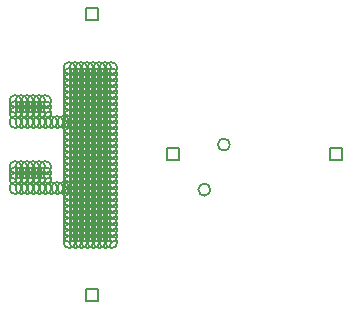
<source format=gbr>
G04 Layer_Color=2752767*
%FSLAX25Y25*%
%MOIN*%
%TF.FileFunction,Drawing*%
%TF.Part,Single*%
G01*
G75*
%ADD83C,0.00500*%
%ADD84C,0.00667*%
D83*
X445736Y391701D02*
Y395701D01*
X449736D01*
Y391701D01*
X445736D01*
X391701D02*
Y395701D01*
X395701D01*
Y391701D01*
X391701D01*
X364683Y344905D02*
Y348905D01*
X368683D01*
Y344905D01*
X364683D01*
X364683Y438497D02*
Y442497D01*
X368683D01*
Y438497D01*
X364683D01*
D84*
X353000Y385500D02*
G03*
X353000Y385500I-2000J0D01*
G01*
Y387500D02*
G03*
X353000Y387500I-2000J0D01*
G01*
Y389500D02*
G03*
X353000Y389500I-2000J0D01*
G01*
X406000Y382000D02*
G03*
X406000Y382000I-2000J0D01*
G01*
X412500Y397000D02*
G03*
X412500Y397000I-2000J0D01*
G01*
X373000Y366500D02*
G03*
X373000Y366500I-2000J0D01*
G01*
X375000D02*
G03*
X375000Y366500I-2000J0D01*
G01*
Y368500D02*
G03*
X375000Y368500I-2000J0D01*
G01*
X373000D02*
G03*
X373000Y368500I-2000J0D01*
G01*
X371000D02*
G03*
X371000Y368500I-2000J0D01*
G01*
Y366500D02*
G03*
X371000Y366500I-2000J0D01*
G01*
X369000D02*
G03*
X369000Y366500I-2000J0D01*
G01*
Y368500D02*
G03*
X369000Y368500I-2000J0D01*
G01*
Y370500D02*
G03*
X369000Y370500I-2000J0D01*
G01*
X371000D02*
G03*
X371000Y370500I-2000J0D01*
G01*
X373000D02*
G03*
X373000Y370500I-2000J0D01*
G01*
X375000D02*
G03*
X375000Y370500I-2000J0D01*
G01*
Y372500D02*
G03*
X375000Y372500I-2000J0D01*
G01*
X373000D02*
G03*
X373000Y372500I-2000J0D01*
G01*
X371000D02*
G03*
X371000Y372500I-2000J0D01*
G01*
X369000D02*
G03*
X369000Y372500I-2000J0D01*
G01*
Y374500D02*
G03*
X369000Y374500I-2000J0D01*
G01*
X371000D02*
G03*
X371000Y374500I-2000J0D01*
G01*
X373000D02*
G03*
X373000Y374500I-2000J0D01*
G01*
X375000D02*
G03*
X375000Y374500I-2000J0D01*
G01*
Y376500D02*
G03*
X375000Y376500I-2000J0D01*
G01*
X373000D02*
G03*
X373000Y376500I-2000J0D01*
G01*
X371000D02*
G03*
X371000Y376500I-2000J0D01*
G01*
X369000D02*
G03*
X369000Y376500I-2000J0D01*
G01*
Y378500D02*
G03*
X369000Y378500I-2000J0D01*
G01*
X371000D02*
G03*
X371000Y378500I-2000J0D01*
G01*
X373000D02*
G03*
X373000Y378500I-2000J0D01*
G01*
X375000D02*
G03*
X375000Y378500I-2000J0D01*
G01*
Y380500D02*
G03*
X375000Y380500I-2000J0D01*
G01*
X373000D02*
G03*
X373000Y380500I-2000J0D01*
G01*
X371000D02*
G03*
X371000Y380500I-2000J0D01*
G01*
X369000D02*
G03*
X369000Y380500I-2000J0D01*
G01*
Y382500D02*
G03*
X369000Y382500I-2000J0D01*
G01*
X371000D02*
G03*
X371000Y382500I-2000J0D01*
G01*
X373000D02*
G03*
X373000Y382500I-2000J0D01*
G01*
X375000D02*
G03*
X375000Y382500I-2000J0D01*
G01*
X367000Y366500D02*
G03*
X367000Y366500I-2000J0D01*
G01*
Y368500D02*
G03*
X367000Y368500I-2000J0D01*
G01*
Y370500D02*
G03*
X367000Y370500I-2000J0D01*
G01*
Y372500D02*
G03*
X367000Y372500I-2000J0D01*
G01*
Y374500D02*
G03*
X367000Y374500I-2000J0D01*
G01*
Y376500D02*
G03*
X367000Y376500I-2000J0D01*
G01*
Y378500D02*
G03*
X367000Y378500I-2000J0D01*
G01*
Y380500D02*
G03*
X367000Y380500I-2000J0D01*
G01*
Y382500D02*
G03*
X367000Y382500I-2000J0D01*
G01*
Y384500D02*
G03*
X367000Y384500I-2000J0D01*
G01*
X369000D02*
G03*
X369000Y384500I-2000J0D01*
G01*
X371000D02*
G03*
X371000Y384500I-2000J0D01*
G01*
X373000D02*
G03*
X373000Y384500I-2000J0D01*
G01*
X375000D02*
G03*
X375000Y384500I-2000J0D01*
G01*
Y386500D02*
G03*
X375000Y386500I-2000J0D01*
G01*
X373000D02*
G03*
X373000Y386500I-2000J0D01*
G01*
X371000D02*
G03*
X371000Y386500I-2000J0D01*
G01*
X369000D02*
G03*
X369000Y386500I-2000J0D01*
G01*
D02*
G03*
X369000Y386500I-2000J0D01*
G01*
X367000D02*
G03*
X367000Y386500I-2000J0D01*
G01*
X365000D02*
G03*
X365000Y386500I-2000J0D01*
G01*
Y384500D02*
G03*
X365000Y384500I-2000J0D01*
G01*
Y382500D02*
G03*
X365000Y382500I-2000J0D01*
G01*
Y380500D02*
G03*
X365000Y380500I-2000J0D01*
G01*
Y378500D02*
G03*
X365000Y378500I-2000J0D01*
G01*
Y376500D02*
G03*
X365000Y376500I-2000J0D01*
G01*
Y374500D02*
G03*
X365000Y374500I-2000J0D01*
G01*
Y372500D02*
G03*
X365000Y372500I-2000J0D01*
G01*
Y370500D02*
G03*
X365000Y370500I-2000J0D01*
G01*
Y368500D02*
G03*
X365000Y368500I-2000J0D01*
G01*
Y366500D02*
G03*
X365000Y366500I-2000J0D01*
G01*
X361000D02*
G03*
X361000Y366500I-2000J0D01*
G01*
X363000D02*
G03*
X363000Y366500I-2000J0D01*
G01*
X361000Y368500D02*
G03*
X361000Y368500I-2000J0D01*
G01*
Y370500D02*
G03*
X361000Y370500I-2000J0D01*
G01*
Y372500D02*
G03*
X361000Y372500I-2000J0D01*
G01*
Y374500D02*
G03*
X361000Y374500I-2000J0D01*
G01*
Y376500D02*
G03*
X361000Y376500I-2000J0D01*
G01*
Y378500D02*
G03*
X361000Y378500I-2000J0D01*
G01*
Y380500D02*
G03*
X361000Y380500I-2000J0D01*
G01*
Y382500D02*
G03*
X361000Y382500I-2000J0D01*
G01*
X363000Y368500D02*
G03*
X363000Y368500I-2000J0D01*
G01*
Y370500D02*
G03*
X363000Y370500I-2000J0D01*
G01*
Y372500D02*
G03*
X363000Y372500I-2000J0D01*
G01*
Y374500D02*
G03*
X363000Y374500I-2000J0D01*
G01*
Y376500D02*
G03*
X363000Y376500I-2000J0D01*
G01*
Y378500D02*
G03*
X363000Y378500I-2000J0D01*
G01*
Y380500D02*
G03*
X363000Y380500I-2000J0D01*
G01*
Y382500D02*
G03*
X363000Y382500I-2000J0D01*
G01*
Y384500D02*
G03*
X363000Y384500I-2000J0D01*
G01*
Y386500D02*
G03*
X363000Y386500I-2000J0D01*
G01*
X375000Y388500D02*
G03*
X375000Y388500I-2000J0D01*
G01*
X373000D02*
G03*
X373000Y388500I-2000J0D01*
G01*
X371000D02*
G03*
X371000Y388500I-2000J0D01*
G01*
X369000D02*
G03*
X369000Y388500I-2000J0D01*
G01*
Y390500D02*
G03*
X369000Y390500I-2000J0D01*
G01*
X371000D02*
G03*
X371000Y390500I-2000J0D01*
G01*
X373000D02*
G03*
X373000Y390500I-2000J0D01*
G01*
X375000D02*
G03*
X375000Y390500I-2000J0D01*
G01*
Y392500D02*
G03*
X375000Y392500I-2000J0D01*
G01*
X373000D02*
G03*
X373000Y392500I-2000J0D01*
G01*
X371000D02*
G03*
X371000Y392500I-2000J0D01*
G01*
X369000D02*
G03*
X369000Y392500I-2000J0D01*
G01*
X367000D02*
G03*
X367000Y392500I-2000J0D01*
G01*
Y390500D02*
G03*
X367000Y390500I-2000J0D01*
G01*
Y388500D02*
G03*
X367000Y388500I-2000J0D01*
G01*
X365000D02*
G03*
X365000Y388500I-2000J0D01*
G01*
Y390500D02*
G03*
X365000Y390500I-2000J0D01*
G01*
Y392500D02*
G03*
X365000Y392500I-2000J0D01*
G01*
X367000Y394500D02*
G03*
X367000Y394500I-2000J0D01*
G01*
X365000D02*
G03*
X365000Y394500I-2000J0D01*
G01*
X369000D02*
G03*
X369000Y394500I-2000J0D01*
G01*
X371000D02*
G03*
X371000Y394500I-2000J0D01*
G01*
X373000D02*
G03*
X373000Y394500I-2000J0D01*
G01*
X375000D02*
G03*
X375000Y394500I-2000J0D01*
G01*
Y396500D02*
G03*
X375000Y396500I-2000J0D01*
G01*
X373000D02*
G03*
X373000Y396500I-2000J0D01*
G01*
D02*
G03*
X373000Y396500I-2000J0D01*
G01*
X371000D02*
G03*
X371000Y396500I-2000J0D01*
G01*
X369000D02*
G03*
X369000Y396500I-2000J0D01*
G01*
X367000D02*
G03*
X367000Y396500I-2000J0D01*
G01*
X365000D02*
G03*
X365000Y396500I-2000J0D01*
G01*
X363000D02*
G03*
X363000Y396500I-2000J0D01*
G01*
Y394500D02*
G03*
X363000Y394500I-2000J0D01*
G01*
Y392500D02*
G03*
X363000Y392500I-2000J0D01*
G01*
Y390500D02*
G03*
X363000Y390500I-2000J0D01*
G01*
Y388500D02*
G03*
X363000Y388500I-2000J0D01*
G01*
X361000D02*
G03*
X361000Y388500I-2000J0D01*
G01*
Y390500D02*
G03*
X361000Y390500I-2000J0D01*
G01*
Y392500D02*
G03*
X361000Y392500I-2000J0D01*
G01*
Y394500D02*
G03*
X361000Y394500I-2000J0D01*
G01*
Y396500D02*
G03*
X361000Y396500I-2000J0D01*
G01*
X375000Y398500D02*
G03*
X375000Y398500I-2000J0D01*
G01*
X373000D02*
G03*
X373000Y398500I-2000J0D01*
G01*
X371000D02*
G03*
X371000Y398500I-2000J0D01*
G01*
X369000D02*
G03*
X369000Y398500I-2000J0D01*
G01*
Y400500D02*
G03*
X369000Y400500I-2000J0D01*
G01*
X371000D02*
G03*
X371000Y400500I-2000J0D01*
G01*
X373000D02*
G03*
X373000Y400500I-2000J0D01*
G01*
X375000D02*
G03*
X375000Y400500I-2000J0D01*
G01*
Y402500D02*
G03*
X375000Y402500I-2000J0D01*
G01*
X373000D02*
G03*
X373000Y402500I-2000J0D01*
G01*
X371000D02*
G03*
X371000Y402500I-2000J0D01*
G01*
X369000D02*
G03*
X369000Y402500I-2000J0D01*
G01*
X367000D02*
G03*
X367000Y402500I-2000J0D01*
G01*
Y400500D02*
G03*
X367000Y400500I-2000J0D01*
G01*
Y398500D02*
G03*
X367000Y398500I-2000J0D01*
G01*
X365000D02*
G03*
X365000Y398500I-2000J0D01*
G01*
Y400500D02*
G03*
X365000Y400500I-2000J0D01*
G01*
Y402500D02*
G03*
X365000Y402500I-2000J0D01*
G01*
X363000Y398500D02*
G03*
X363000Y398500I-2000J0D01*
G01*
Y400500D02*
G03*
X363000Y400500I-2000J0D01*
G01*
X361000Y398500D02*
G03*
X361000Y398500I-2000J0D01*
G01*
Y400500D02*
G03*
X361000Y400500I-2000J0D01*
G01*
Y402500D02*
G03*
X361000Y402500I-2000J0D01*
G01*
Y404500D02*
G03*
X361000Y404500I-2000J0D01*
G01*
X363000Y402500D02*
G03*
X363000Y402500I-2000J0D01*
G01*
X375000Y404500D02*
G03*
X375000Y404500I-2000J0D01*
G01*
X373000D02*
G03*
X373000Y404500I-2000J0D01*
G01*
X371000D02*
G03*
X371000Y404500I-2000J0D01*
G01*
X369000D02*
G03*
X369000Y404500I-2000J0D01*
G01*
X367000D02*
G03*
X367000Y404500I-2000J0D01*
G01*
X365000D02*
G03*
X365000Y404500I-2000J0D01*
G01*
X375000Y406500D02*
G03*
X375000Y406500I-2000J0D01*
G01*
X373000D02*
G03*
X373000Y406500I-2000J0D01*
G01*
Y408500D02*
G03*
X373000Y408500I-2000J0D01*
G01*
X375000D02*
G03*
X375000Y408500I-2000J0D01*
G01*
Y410500D02*
G03*
X375000Y410500I-2000J0D01*
G01*
X373000D02*
G03*
X373000Y410500I-2000J0D01*
G01*
Y412500D02*
G03*
X373000Y412500I-2000J0D01*
G01*
X375000D02*
G03*
X375000Y412500I-2000J0D01*
G01*
Y414500D02*
G03*
X375000Y414500I-2000J0D01*
G01*
X373000D02*
G03*
X373000Y414500I-2000J0D01*
G01*
X375000Y416500D02*
G03*
X375000Y416500I-2000J0D01*
G01*
X373000D02*
G03*
X373000Y416500I-2000J0D01*
G01*
Y418500D02*
G03*
X373000Y418500I-2000J0D01*
G01*
X375000D02*
G03*
X375000Y418500I-2000J0D01*
G01*
Y422500D02*
G03*
X375000Y422500I-2000J0D01*
G01*
Y420500D02*
G03*
X375000Y420500I-2000J0D01*
G01*
X373000D02*
G03*
X373000Y420500I-2000J0D01*
G01*
Y422500D02*
G03*
X373000Y422500I-2000J0D01*
G01*
X371000Y406500D02*
G03*
X371000Y406500I-2000J0D01*
G01*
X369000D02*
G03*
X369000Y406500I-2000J0D01*
G01*
X367000D02*
G03*
X367000Y406500I-2000J0D01*
G01*
X365000D02*
G03*
X365000Y406500I-2000J0D01*
G01*
X363000Y404500D02*
G03*
X363000Y404500I-2000J0D01*
G01*
Y406500D02*
G03*
X363000Y406500I-2000J0D01*
G01*
Y408500D02*
G03*
X363000Y408500I-2000J0D01*
G01*
X365000D02*
G03*
X365000Y408500I-2000J0D01*
G01*
X367000D02*
G03*
X367000Y408500I-2000J0D01*
G01*
X369000D02*
G03*
X369000Y408500I-2000J0D01*
G01*
X371000D02*
G03*
X371000Y408500I-2000J0D01*
G01*
X369000Y410500D02*
G03*
X369000Y410500I-2000J0D01*
G01*
X371000D02*
G03*
X371000Y410500I-2000J0D01*
G01*
Y412500D02*
G03*
X371000Y412500I-2000J0D01*
G01*
X369000D02*
G03*
X369000Y412500I-2000J0D01*
G01*
X367000D02*
G03*
X367000Y412500I-2000J0D01*
G01*
Y410500D02*
G03*
X367000Y410500I-2000J0D01*
G01*
X365000D02*
G03*
X365000Y410500I-2000J0D01*
G01*
Y412500D02*
G03*
X365000Y412500I-2000J0D01*
G01*
X369000Y414500D02*
G03*
X369000Y414500I-2000J0D01*
G01*
X371000D02*
G03*
X371000Y414500I-2000J0D01*
G01*
Y416500D02*
G03*
X371000Y416500I-2000J0D01*
G01*
X369000D02*
G03*
X369000Y416500I-2000J0D01*
G01*
Y418500D02*
G03*
X369000Y418500I-2000J0D01*
G01*
X371000D02*
G03*
X371000Y418500I-2000J0D01*
G01*
Y420500D02*
G03*
X371000Y420500I-2000J0D01*
G01*
Y422500D02*
G03*
X371000Y422500I-2000J0D01*
G01*
X369000Y420500D02*
G03*
X369000Y420500I-2000J0D01*
G01*
Y422500D02*
G03*
X369000Y422500I-2000J0D01*
G01*
X367000D02*
G03*
X367000Y422500I-2000J0D01*
G01*
Y420500D02*
G03*
X367000Y420500I-2000J0D01*
G01*
Y418500D02*
G03*
X367000Y418500I-2000J0D01*
G01*
Y416500D02*
G03*
X367000Y416500I-2000J0D01*
G01*
Y414500D02*
G03*
X367000Y414500I-2000J0D01*
G01*
X365000D02*
G03*
X365000Y414500I-2000J0D01*
G01*
Y416500D02*
G03*
X365000Y416500I-2000J0D01*
G01*
Y418500D02*
G03*
X365000Y418500I-2000J0D01*
G01*
Y420500D02*
G03*
X365000Y420500I-2000J0D01*
G01*
Y422500D02*
G03*
X365000Y422500I-2000J0D01*
G01*
X363000D02*
G03*
X363000Y422500I-2000J0D01*
G01*
Y420500D02*
G03*
X363000Y420500I-2000J0D01*
G01*
Y418500D02*
G03*
X363000Y418500I-2000J0D01*
G01*
Y416500D02*
G03*
X363000Y416500I-2000J0D01*
G01*
Y414500D02*
G03*
X363000Y414500I-2000J0D01*
G01*
Y412500D02*
G03*
X363000Y412500I-2000J0D01*
G01*
Y410500D02*
G03*
X363000Y410500I-2000J0D01*
G01*
X361000D02*
G03*
X361000Y410500I-2000J0D01*
G01*
Y412500D02*
G03*
X361000Y412500I-2000J0D01*
G01*
Y414500D02*
G03*
X361000Y414500I-2000J0D01*
G01*
Y416500D02*
G03*
X361000Y416500I-2000J0D01*
G01*
Y418500D02*
G03*
X361000Y418500I-2000J0D01*
G01*
Y420500D02*
G03*
X361000Y420500I-2000J0D01*
G01*
Y422500D02*
G03*
X361000Y422500I-2000J0D01*
G01*
Y408500D02*
G03*
X361000Y408500I-2000J0D01*
G01*
Y406500D02*
G03*
X361000Y406500I-2000J0D01*
G01*
Y386500D02*
G03*
X361000Y386500I-2000J0D01*
G01*
Y384500D02*
G03*
X361000Y384500I-2000J0D01*
G01*
X359000Y404500D02*
G03*
X359000Y404500I-2000J0D01*
G01*
X357000D02*
G03*
X357000Y404500I-2000J0D01*
G01*
X355000D02*
G03*
X355000Y404500I-2000J0D01*
G01*
X353000D02*
G03*
X353000Y404500I-2000J0D01*
G01*
X351000D02*
G03*
X351000Y404500I-2000J0D01*
G01*
X349000D02*
G03*
X349000Y404500I-2000J0D01*
G01*
X347000D02*
G03*
X347000Y404500I-2000J0D01*
G01*
X345000D02*
G03*
X345000Y404500I-2000J0D01*
G01*
X343000D02*
G03*
X343000Y404500I-2000J0D01*
G01*
X359000Y382500D02*
G03*
X359000Y382500I-2000J0D01*
G01*
X357000D02*
G03*
X357000Y382500I-2000J0D01*
G01*
X355000D02*
G03*
X355000Y382500I-2000J0D01*
G01*
X353000D02*
G03*
X353000Y382500I-2000J0D01*
G01*
X351000D02*
G03*
X351000Y382500I-2000J0D01*
G01*
X349000D02*
G03*
X349000Y382500I-2000J0D01*
G01*
X347000D02*
G03*
X347000Y382500I-2000J0D01*
G01*
X345000D02*
G03*
X345000Y382500I-2000J0D01*
G01*
X343000D02*
G03*
X343000Y382500I-2000J0D01*
G01*
X375000Y364500D02*
G03*
X375000Y364500I-2000J0D01*
G01*
X373000D02*
G03*
X373000Y364500I-2000J0D01*
G01*
X371000D02*
G03*
X371000Y364500I-2000J0D01*
G01*
X369000D02*
G03*
X369000Y364500I-2000J0D01*
G01*
X367000D02*
G03*
X367000Y364500I-2000J0D01*
G01*
X365000D02*
G03*
X365000Y364500I-2000J0D01*
G01*
X363000D02*
G03*
X363000Y364500I-2000J0D01*
G01*
X361000D02*
G03*
X361000Y364500I-2000J0D01*
G01*
X353000Y407500D02*
G03*
X353000Y407500I-2000J0D01*
G01*
X351000D02*
G03*
X351000Y407500I-2000J0D01*
G01*
X349000D02*
G03*
X349000Y407500I-2000J0D01*
G01*
X347000D02*
G03*
X347000Y407500I-2000J0D01*
G01*
X345000D02*
G03*
X345000Y407500I-2000J0D01*
G01*
X343000D02*
G03*
X343000Y407500I-2000J0D01*
G01*
Y409500D02*
G03*
X343000Y409500I-2000J0D01*
G01*
X345000D02*
G03*
X345000Y409500I-2000J0D01*
G01*
X347000D02*
G03*
X347000Y409500I-2000J0D01*
G01*
X349000D02*
G03*
X349000Y409500I-2000J0D01*
G01*
X351000D02*
G03*
X351000Y409500I-2000J0D01*
G01*
X353000D02*
G03*
X353000Y409500I-2000J0D01*
G01*
Y411500D02*
G03*
X353000Y411500I-2000J0D01*
G01*
X351000D02*
G03*
X351000Y411500I-2000J0D01*
G01*
X349000D02*
G03*
X349000Y411500I-2000J0D01*
G01*
X347000D02*
G03*
X347000Y411500I-2000J0D01*
G01*
X345000D02*
G03*
X345000Y411500I-2000J0D01*
G01*
X343000D02*
G03*
X343000Y411500I-2000J0D01*
G01*
X351000Y385500D02*
G03*
X351000Y385500I-2000J0D01*
G01*
X349000D02*
G03*
X349000Y385500I-2000J0D01*
G01*
X347000D02*
G03*
X347000Y385500I-2000J0D01*
G01*
X345000D02*
G03*
X345000Y385500I-2000J0D01*
G01*
X343000D02*
G03*
X343000Y385500I-2000J0D01*
G01*
Y387500D02*
G03*
X343000Y387500I-2000J0D01*
G01*
X345000D02*
G03*
X345000Y387500I-2000J0D01*
G01*
X347000D02*
G03*
X347000Y387500I-2000J0D01*
G01*
X349000D02*
G03*
X349000Y387500I-2000J0D01*
G01*
X351000D02*
G03*
X351000Y387500I-2000J0D01*
G01*
Y389500D02*
G03*
X351000Y389500I-2000J0D01*
G01*
X349000D02*
G03*
X349000Y389500I-2000J0D01*
G01*
X347000D02*
G03*
X347000Y389500I-2000J0D01*
G01*
X345000D02*
G03*
X345000Y389500I-2000J0D01*
G01*
X343000D02*
G03*
X343000Y389500I-2000J0D01*
G01*
%TF.MD5,A7A210E94AB05232F2A285B49A528298*%
M02*

</source>
